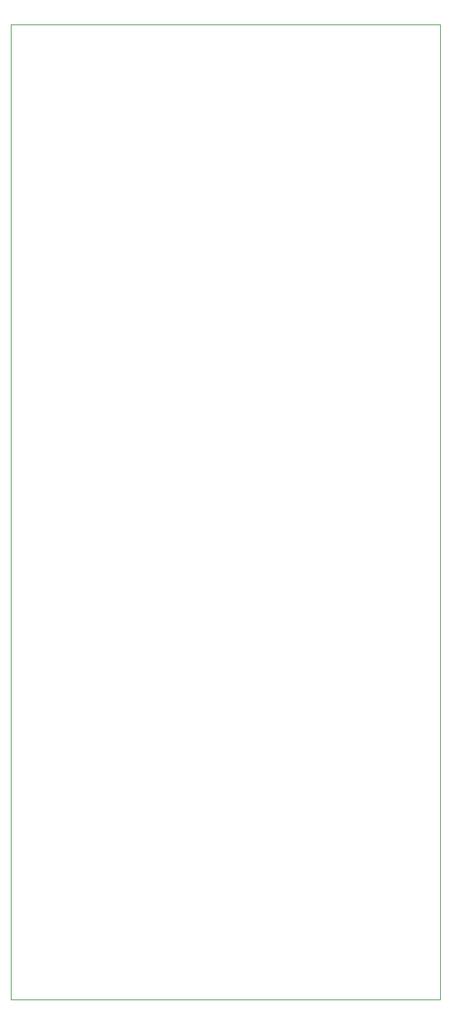
<source format=gbr>
%TF.GenerationSoftware,KiCad,Pcbnew,(6.0.4-0)*%
%TF.CreationDate,2022-05-12T09:35:14+12:00*%
%TF.ProjectId,controller,636f6e74-726f-46c6-9c65-722e6b696361,0.9*%
%TF.SameCoordinates,PX490d2c0PY2ebae40*%
%TF.FileFunction,Profile,NP*%
%FSLAX46Y46*%
G04 Gerber Fmt 4.6, Leading zero omitted, Abs format (unit mm)*
G04 Created by KiCad (PCBNEW (6.0.4-0)) date 2022-05-12 09:35:14*
%MOMM*%
%LPD*%
G01*
G04 APERTURE LIST*
%TA.AperFunction,Profile*%
%ADD10C,0.100000*%
%TD*%
G04 APERTURE END LIST*
D10*
X0Y0D02*
X53476000Y0D01*
X53476000Y0D02*
X53476000Y-121250800D01*
X53476000Y-121250800D02*
X0Y-121250800D01*
X0Y-121250800D02*
X0Y0D01*
M02*

</source>
